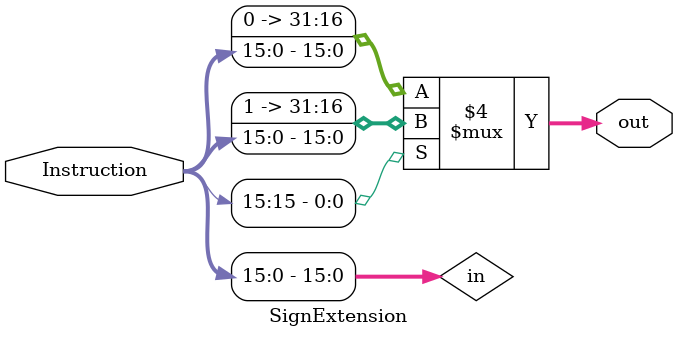
<source format=v>
`timescale 1ns / 1ps
module SignExtension(Instruction, out);

    /* A 16-Bit input word */
    //input [15:0] in;
    input [31:0] Instruction;

    wire [15:0]in;

    assign in = Instruction[15:0];
    
    /* A 32-Bit output word */
    output reg [31:0] out;
    
    always @(*) begin
        if (in[15] == 1'b1) begin
            out = {16'b1111111111111111, in};
        end
        else begin
            out = {16'b0, in};
        end
    end
    
endmodule

</source>
